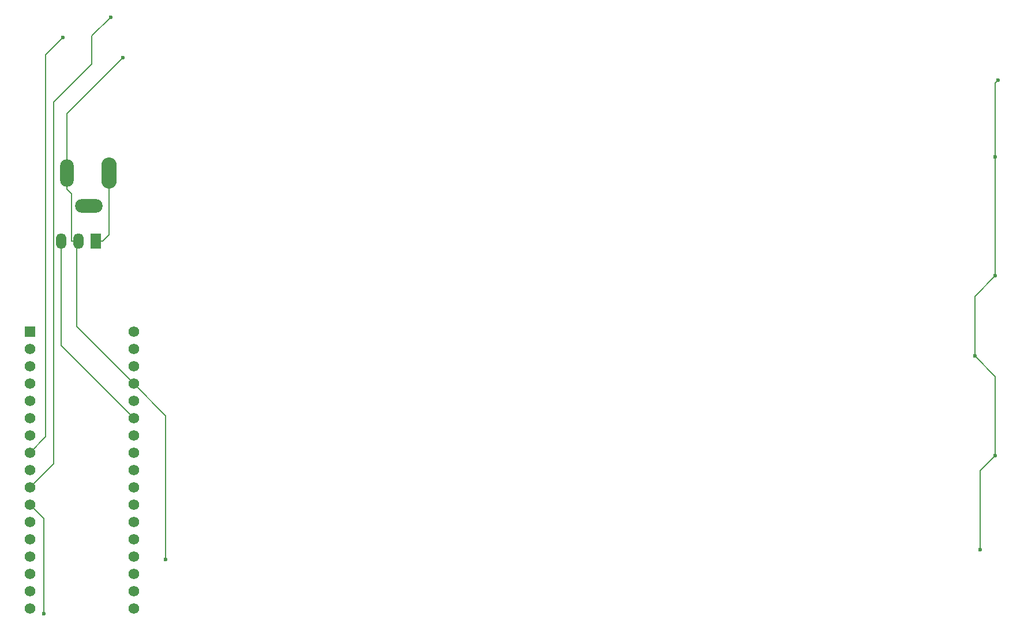
<source format=gbr>
%TF.GenerationSoftware,KiCad,Pcbnew,9.0.2*%
%TF.CreationDate,2025-06-25T20:21:35-07:00*%
%TF.ProjectId,led-plate-96-well,6c65642d-706c-4617-9465-2d39362d7765,rev?*%
%TF.SameCoordinates,Original*%
%TF.FileFunction,Copper,L2,Bot*%
%TF.FilePolarity,Positive*%
%FSLAX46Y46*%
G04 Gerber Fmt 4.6, Leading zero omitted, Abs format (unit mm)*
G04 Created by KiCad (PCBNEW 9.0.2) date 2025-06-25 20:21:35*
%MOMM*%
%LPD*%
G01*
G04 APERTURE LIST*
%TA.AperFunction,ComponentPad*%
%ADD10O,2.280000X4.560000*%
%TD*%
%TA.AperFunction,ComponentPad*%
%ADD11O,4.050000X2.025000*%
%TD*%
%TA.AperFunction,ComponentPad*%
%ADD12O,2.025000X4.050000*%
%TD*%
%TA.AperFunction,ComponentPad*%
%ADD13R,1.500000X2.300000*%
%TD*%
%TA.AperFunction,ComponentPad*%
%ADD14O,1.500000X2.300000*%
%TD*%
%TA.AperFunction,ComponentPad*%
%ADD15R,1.574800X1.574800*%
%TD*%
%TA.AperFunction,ComponentPad*%
%ADD16C,1.574800*%
%TD*%
%TA.AperFunction,ViaPad*%
%ADD17C,0.600000*%
%TD*%
%TA.AperFunction,Conductor*%
%ADD18C,0.200000*%
%TD*%
G04 APERTURE END LIST*
D10*
%TO.P,J2,PIN*%
%TO.N,+24V*%
X97350000Y-54113700D03*
D11*
%TO.P,J2,SHUNT*%
%TO.N,unconnected-(J2-PadSHUNT)*%
X94350000Y-58913700D03*
D12*
%TO.P,J2,SLEEVE*%
%TO.N,GND*%
X91100000Y-54113700D03*
%TD*%
D13*
%TO.P,U1,1,IN*%
%TO.N,+24V*%
X95367500Y-64082500D03*
D14*
%TO.P,U1,2,GND*%
%TO.N,GND*%
X92827500Y-64082500D03*
%TO.P,U1,3,OUT*%
%TO.N,Net-(U1-OUT)*%
X90287500Y-64082500D03*
%TD*%
D15*
%TO.P,U2,1,MOSI*%
%TO.N,unconnected-(U2-MOSI-Pad1)*%
X85680000Y-77350000D03*
D16*
%TO.P,U2,2,RX_LED/SS*%
%TO.N,unconnected-(U2-RX_LED{slash}SS-Pad2)*%
X85680000Y-79890000D03*
%TO.P,U2,3,1/TX*%
%TO.N,unconnected-(U2-1{slash}TX-Pad3)*%
X85680000Y-82430000D03*
%TO.P,U2,4,0/RX*%
%TO.N,unconnected-(U2-0{slash}RX-Pad4)*%
X85680000Y-84970000D03*
%TO.P,U2,5,RESET*%
%TO.N,unconnected-(U2-RESET-Pad30)*%
X85680000Y-87510000D03*
%TO.P,U2,6,GND*%
%TO.N,GND*%
X85680000Y-90050000D03*
%TO.P,U2,7,2/SDA*%
%TO.N,unconnected-(U2-2{slash}SDA-Pad7)*%
X85680000Y-92590000D03*
%TO.P,U2,8,3(PWM)/SCL*%
%TO.N,Net-(U2-3(PWM){slash}SCL)*%
X85680000Y-95130000D03*
%TO.P,U2,9,4/A6*%
%TO.N,unconnected-(U2-4{slash}A6-Pad9)*%
X85680000Y-97670000D03*
%TO.P,U2,10,5(PWM)*%
%TO.N,Net-(U2-5(PWM))*%
X85680000Y-100210000D03*
%TO.P,U2,11,6(PWM)/A7*%
%TO.N,Net-(U2-6(PWM){slash}A7)*%
X85680000Y-102750000D03*
%TO.P,U2,12,7*%
%TO.N,unconnected-(U2-7-Pad12)*%
X85680000Y-105290000D03*
%TO.P,U2,13,8/A8*%
%TO.N,unconnected-(U2-8{slash}A8-Pad13)*%
X85680000Y-107830000D03*
%TO.P,U2,14,9(PWM)/A9*%
%TO.N,Net-(U2-9(PWM){slash}A9)*%
X85680000Y-110370000D03*
%TO.P,U2,15,10(PWM)/A10*%
%TO.N,unconnected-(U2-10(PWM){slash}A10-Pad15)*%
X85680000Y-112910000D03*
%TO.P,U2,16,11(PWM)*%
%TO.N,unconnected-(U2-11(PWM)-Pad16)*%
X85680000Y-115450000D03*
%TO.P,U2,17,12/A11*%
%TO.N,unconnected-(U2-12{slash}A11-Pad17)*%
X85680000Y-117990000D03*
%TO.P,U2,18,13(PWM)*%
%TO.N,unconnected-(U2-13(PWM)-Pad18)*%
X100920000Y-117990000D03*
%TO.P,U2,19,3.3V*%
%TO.N,unconnected-(U2-3.3V-Pad19)*%
X100920000Y-115450000D03*
%TO.P,U2,20,AREF*%
%TO.N,unconnected-(U2-AREF-Pad20)*%
X100920000Y-112910000D03*
%TO.P,U2,21,A0*%
%TO.N,unconnected-(U2-A0-Pad21)*%
X100920000Y-110370000D03*
%TO.P,U2,22,A1*%
%TO.N,unconnected-(U2-A1-Pad22)*%
X100920000Y-107830000D03*
%TO.P,U2,23,A2*%
%TO.N,unconnected-(U2-A2-Pad23)*%
X100920000Y-105290000D03*
%TO.P,U2,24,A3*%
%TO.N,unconnected-(U2-A3-Pad24)*%
X100920000Y-102750000D03*
%TO.P,U2,25,A4*%
%TO.N,unconnected-(U2-A4-Pad25)*%
X100920000Y-100210000D03*
%TO.P,U2,26,A5*%
%TO.N,unconnected-(U2-A5-Pad26)*%
X100920000Y-97670000D03*
%TO.P,U2,27*%
%TO.N,N/C*%
X100920000Y-95130000D03*
%TO.P,U2,28*%
X100920000Y-92590000D03*
%TO.P,U2,29,+5V*%
%TO.N,Net-(U1-OUT)*%
X100920000Y-90050000D03*
%TO.P,U2,30,RESET*%
%TO.N,unconnected-(U2-RESET-Pad30)_1*%
X100920000Y-87510000D03*
%TO.P,U2,31,GND*%
%TO.N,GND*%
X100920000Y-84970000D03*
%TO.P,U2,32,VIN*%
%TO.N,unconnected-(U2-VIN-Pad32)*%
X100920000Y-82430000D03*
%TO.P,U2,33,MISO*%
%TO.N,unconnected-(U2-MISO-Pad33)*%
X100920000Y-79890000D03*
%TO.P,U2,34,SCK*%
%TO.N,unconnected-(U2-SCK-Pad34)*%
X100920000Y-77350000D03*
%TD*%
D17*
%TO.N,GND*%
X99347100Y-37128700D03*
X227400500Y-69207500D03*
X225145000Y-109413700D03*
X227400500Y-95556700D03*
X227766900Y-40500600D03*
X227400500Y-51735700D03*
X105651900Y-110816800D03*
X224395000Y-80949700D03*
%TO.N,Net-(U2-3(PWM){slash}SCL)*%
X90565000Y-34207300D03*
%TO.N,Net-(U2-5(PWM))*%
X97570000Y-31210000D03*
%TO.N,Net-(U2-6(PWM){slash}A7)*%
X87780500Y-118814700D03*
%TD*%
D18*
%TO.N,GND*%
X227400500Y-51735700D02*
X227400500Y-40867000D01*
X224395000Y-80949700D02*
X227400500Y-83955200D01*
X227400500Y-69207500D02*
X224395000Y-72213000D01*
X227400500Y-69207500D02*
X227400500Y-51735700D01*
X105651900Y-89701900D02*
X100920000Y-84970000D01*
X91100000Y-55277000D02*
X91100000Y-54113700D01*
X92593100Y-76643100D02*
X100920000Y-84970000D01*
X225145000Y-97812200D02*
X227400500Y-95556700D01*
X92593100Y-64082500D02*
X92593100Y-76643100D01*
X105651900Y-110816800D02*
X105651900Y-89701900D01*
X91100000Y-45375800D02*
X99347100Y-37128700D01*
X225145000Y-109413700D02*
X225145000Y-97812200D01*
X91100000Y-56440400D02*
X91775800Y-57116200D01*
X91775800Y-57116200D02*
X91775800Y-64082500D01*
X91100000Y-55277000D02*
X91100000Y-56440400D01*
X92593100Y-64082500D02*
X91775800Y-64082500D01*
X227400500Y-40867000D02*
X227766900Y-40500600D01*
X227400500Y-83955200D02*
X227400500Y-95556700D01*
X91100000Y-54113700D02*
X91100000Y-45375800D01*
X224395000Y-72213000D02*
X224395000Y-80949700D01*
X92827500Y-64082500D02*
X92593100Y-64082500D01*
%TO.N,+24V*%
X97350000Y-54113700D02*
X97350000Y-63151700D01*
X97350000Y-63151700D02*
X96419200Y-64082500D01*
X95367500Y-64082500D02*
X96419200Y-64082500D01*
%TO.N,Net-(U1-OUT)*%
X90287500Y-64082500D02*
X90287500Y-79417500D01*
X90287500Y-79417500D02*
X100920000Y-90050000D01*
%TO.N,Net-(U2-3(PWM){slash}SCL)*%
X88029900Y-36742400D02*
X88029900Y-92780100D01*
X88029900Y-92780100D02*
X85680000Y-95130000D01*
X90565000Y-34207300D02*
X88029900Y-36742400D01*
%TO.N,Net-(U2-5(PWM))*%
X94796400Y-38062200D02*
X89161700Y-43696900D01*
X89161700Y-43696900D02*
X89161700Y-96728300D01*
X94796400Y-33983600D02*
X94796400Y-38062200D01*
X89161700Y-96728300D02*
X85680000Y-100210000D01*
X97570000Y-31210000D02*
X94796400Y-33983600D01*
%TO.N,Net-(U2-6(PWM){slash}A7)*%
X85680000Y-102750000D02*
X87780500Y-104850500D01*
X87780500Y-104850500D02*
X87780500Y-118814700D01*
%TD*%
M02*

</source>
